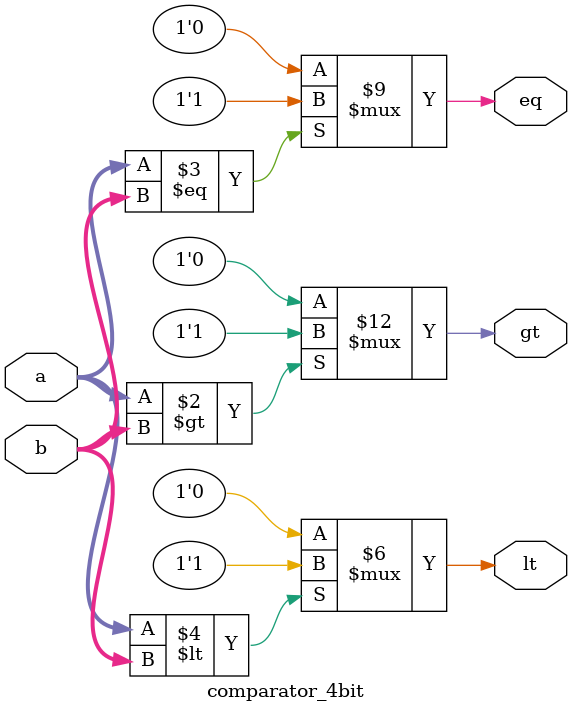
<source format=v>
`timescale 1ns / 1ps

module comparator_4bit(
    input [3:0]a,b,
    output reg gt,eq,lt
    );
    
    always @(*) begin
     gt = 0;
     eq = 0;
     lt = 0;
     if (a > b) gt = 1 ;
     if (a == b) eq = 1 ;
     if (a < b) lt = 1 ;
    end
    
endmodule

</source>
